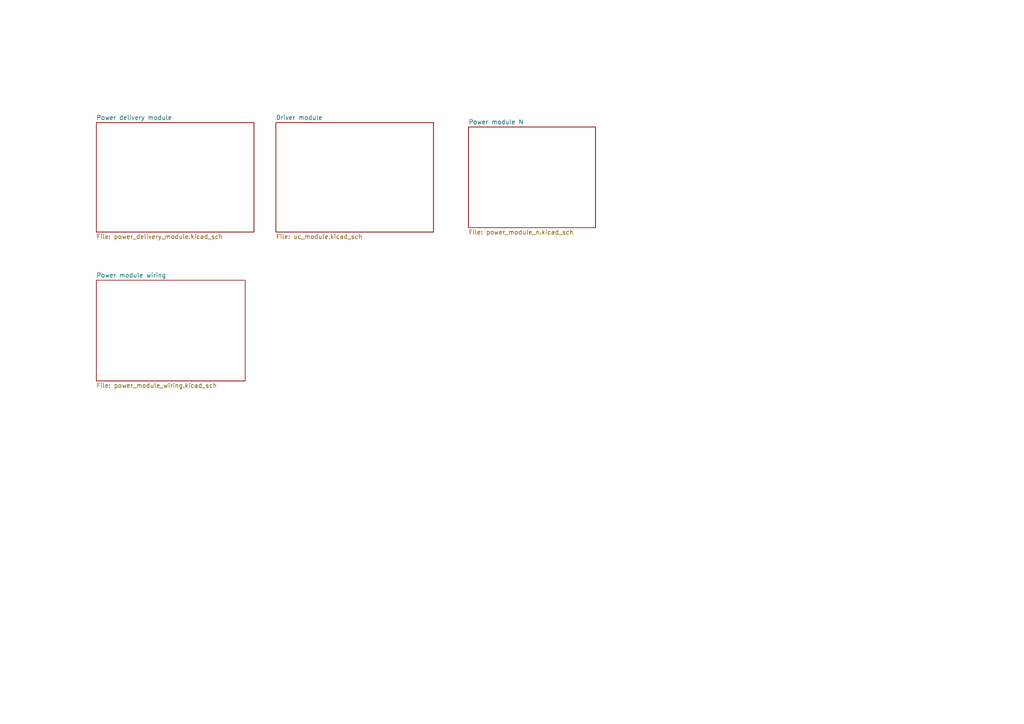
<source format=kicad_sch>
(kicad_sch
	(version 20231120)
	(generator "eeschema")
	(generator_version "8.0")
	(uuid "01e69042-7c7e-48e9-b7c3-459316fd17f1")
	(paper "A4")
	(title_block
		(title "Bulb drive")
		(date "2024-04-14")
	)
	(lib_symbols)
	(sheet
		(at 27.94 81.28)
		(size 43.18 29.21)
		(fields_autoplaced yes)
		(stroke
			(width 0.1524)
			(type solid)
		)
		(fill
			(color 0 0 0 0.0000)
		)
		(uuid "0c65a6ac-9b7c-43de-8f27-03fd79afa39a")
		(property "Sheetname" "Power module wiring"
			(at 27.94 80.5684 0)
			(effects
				(font
					(size 1.27 1.27)
				)
				(justify left bottom)
			)
		)
		(property "Sheetfile" "power_module_wiring.kicad_sch"
			(at 27.94 111.0746 0)
			(effects
				(font
					(size 1.27 1.27)
				)
				(justify left top)
			)
		)
		(instances
			(project "led_drive"
				(path "/01e69042-7c7e-48e9-b7c3-459316fd17f1"
					(page "6")
				)
			)
		)
	)
	(sheet
		(at 80.01 35.56)
		(size 45.72 31.75)
		(fields_autoplaced yes)
		(stroke
			(width 0.1524)
			(type solid)
		)
		(fill
			(color 0 0 0 0.0000)
		)
		(uuid "111fb05e-7613-4dff-b0ef-7b688bb51755")
		(property "Sheetname" "Driver module"
			(at 80.01 34.8484 0)
			(effects
				(font
					(size 1.27 1.27)
				)
				(justify left bottom)
			)
		)
		(property "Sheetfile" "uc_module.kicad_sch"
			(at 80.01 67.8946 0)
			(effects
				(font
					(size 1.27 1.27)
				)
				(justify left top)
			)
		)
		(instances
			(project "led_drive"
				(path "/01e69042-7c7e-48e9-b7c3-459316fd17f1"
					(page "3")
				)
			)
		)
	)
	(sheet
		(at 27.94 35.56)
		(size 45.72 31.75)
		(fields_autoplaced yes)
		(stroke
			(width 0.1524)
			(type solid)
		)
		(fill
			(color 0 0 0 0.0000)
		)
		(uuid "5b3d980a-93eb-45cc-b873-850f2d2e8df8")
		(property "Sheetname" "Power delivery module"
			(at 27.94 34.8484 0)
			(effects
				(font
					(size 1.27 1.27)
				)
				(justify left bottom)
			)
		)
		(property "Sheetfile" "power_delivery_module.kicad_sch"
			(at 27.94 67.8946 0)
			(effects
				(font
					(size 1.27 1.27)
				)
				(justify left top)
			)
		)
		(instances
			(project "led_drive"
				(path "/01e69042-7c7e-48e9-b7c3-459316fd17f1"
					(page "5")
				)
			)
		)
	)
	(sheet
		(at 135.89 36.83)
		(size 36.83 29.21)
		(fields_autoplaced yes)
		(stroke
			(width 0.1524)
			(type solid)
		)
		(fill
			(color 0 0 0 0.0000)
		)
		(uuid "8dbccfbf-0961-4856-9879-280cfe95837a")
		(property "Sheetname" "Power module N"
			(at 135.89 36.1184 0)
			(effects
				(font
					(size 1.27 1.27)
				)
				(justify left bottom)
			)
		)
		(property "Sheetfile" "power_module_n.kicad_sch"
			(at 135.89 66.6246 0)
			(effects
				(font
					(size 1.27 1.27)
				)
				(justify left top)
			)
		)
		(instances
			(project "led_drive"
				(path "/01e69042-7c7e-48e9-b7c3-459316fd17f1"
					(page "4")
				)
			)
		)
	)
	(sheet_instances
		(path "/"
			(page "1")
		)
	)
)
</source>
